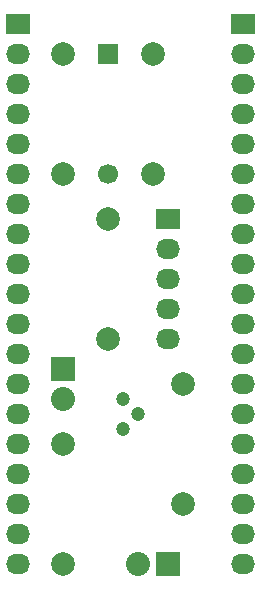
<source format=gbr>
G04 #@! TF.FileFunction,Copper,L2,Bot,Signal*
%FSLAX46Y46*%
G04 Gerber Fmt 4.6, Leading zero omitted, Abs format (unit mm)*
G04 Created by KiCad (PCBNEW 4.0.3+e1-6302~38~ubuntu16.04.1-stable) date Tue Aug 16 16:02:34 2016*
%MOMM*%
%LPD*%
G01*
G04 APERTURE LIST*
%ADD10C,0.100000*%
%ADD11C,1.699260*%
%ADD12R,1.699260X1.699260*%
%ADD13R,2.032000X1.727200*%
%ADD14O,2.032000X1.727200*%
%ADD15R,2.032000X2.032000*%
%ADD16O,2.032000X2.032000*%
%ADD17C,1.200000*%
%ADD18C,1.998980*%
G04 APERTURE END LIST*
D10*
D11*
X68582540Y-88900520D03*
D12*
X68582540Y-78740520D03*
D13*
X60960000Y-76200000D03*
D14*
X60960000Y-78740000D03*
X60960000Y-81280000D03*
X60960000Y-83820000D03*
X60960000Y-86360000D03*
X60960000Y-88900000D03*
X60960000Y-91440000D03*
X60960000Y-93980000D03*
X60960000Y-96520000D03*
X60960000Y-99060000D03*
X60960000Y-101600000D03*
X60960000Y-104140000D03*
X60960000Y-106680000D03*
X60960000Y-109220000D03*
X60960000Y-111760000D03*
X60960000Y-114300000D03*
X60960000Y-116840000D03*
X60960000Y-119380000D03*
X60960000Y-121920000D03*
D13*
X73660000Y-92710000D03*
D14*
X73660000Y-95250000D03*
X73660000Y-97790000D03*
X73660000Y-100330000D03*
X73660000Y-102870000D03*
D15*
X64770000Y-105410000D03*
D16*
X64770000Y-107950000D03*
D13*
X80010000Y-76200000D03*
D14*
X80010000Y-78740000D03*
X80010000Y-81280000D03*
X80010000Y-83820000D03*
X80010000Y-86360000D03*
X80010000Y-88900000D03*
X80010000Y-91440000D03*
X80010000Y-93980000D03*
X80010000Y-96520000D03*
X80010000Y-99060000D03*
X80010000Y-101600000D03*
X80010000Y-104140000D03*
X80010000Y-106680000D03*
X80010000Y-109220000D03*
X80010000Y-111760000D03*
X80010000Y-114300000D03*
X80010000Y-116840000D03*
X80010000Y-119380000D03*
X80010000Y-121920000D03*
D15*
X73660000Y-121920000D03*
D16*
X71120000Y-121920000D03*
D17*
X69850000Y-110490000D03*
X71120000Y-109220000D03*
X69850000Y-107950000D03*
D18*
X64770000Y-121920000D03*
X64770000Y-111760000D03*
X68580000Y-92710000D03*
X68580000Y-102870000D03*
X72390000Y-88900000D03*
X72390000Y-78740000D03*
X64770000Y-78740000D03*
X64770000Y-88900000D03*
X74930000Y-106680000D03*
X74930000Y-116840000D03*
M02*

</source>
